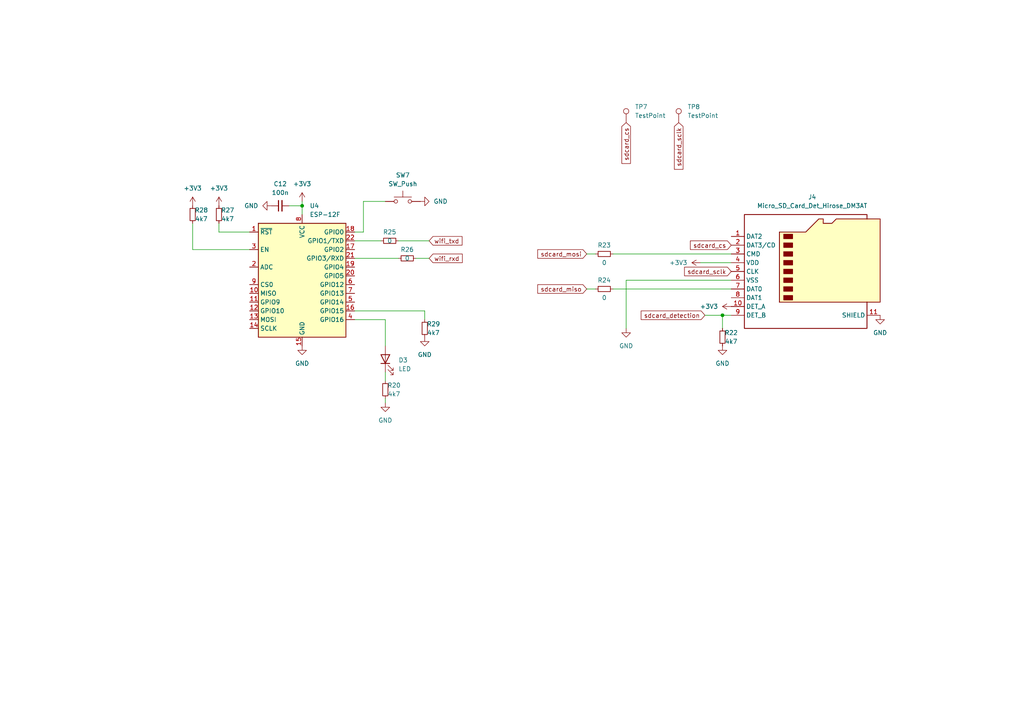
<source format=kicad_sch>
(kicad_sch (version 20230121) (generator eeschema)
  (paper "A4")
  (lib_symbols
    (symbol "Connector:Micro_SD_Card_Det_Hirose_DM3AT"
      (property "Reference" "J" (at -16.51 17.78 0))
      (property "Value" "Micro_SD_Card_Det_Hirose_DM3AT" (at 16.51 17.78 0))
      (symbol "Micro_SD_Card_Det_Hirose_DM3AT_0_1"
        (rectangle (start -7.62 -6.985) (end -5.08 -8.255) (stroke (width 0.254)) (fill (type outline)))
        (rectangle (start -7.62 -4.445) (end -5.08 -5.715) (stroke (width 0.254)) (fill (type outline)))
        (rectangle (start -7.62 -1.905) (end -5.08 -3.175) (stroke (width 0.254)) (fill (type outline)))
        (rectangle (start -7.62 0.635) (end -5.08 -0.635) (stroke (width 0.254)) (fill (type outline)))
        (rectangle (start -7.62 3.175) (end -5.08 1.905) (stroke (width 0.254)) (fill (type outline)))
        (rectangle (start -7.62 5.715) (end -5.08 4.445) (stroke (width 0.254)) (fill (type outline)))
        (rectangle (start -7.62 8.255) (end -5.08 6.985) (stroke (width 0.254)) (fill (type outline)))
        (rectangle (start -7.62 10.795) (end -5.08 9.525) (stroke (width 0.254)) (fill (type outline)))
        (polyline (pts (xy 16.51 15.24) (xy 16.51 16.51) (xy -19.05 16.51) (xy -19.05 -16.51) (xy 16.51 -16.51) (xy 16.51 -8.89)) (stroke (width 0.254)))
        (polyline (pts (xy -8.89 -8.89) (xy -8.89 11.43) (xy -1.27 11.43) (xy 2.54 15.24) (xy 3.81 15.24) (xy 3.81 13.97) (xy 6.35 13.97) (xy 7.62 15.24) (xy 20.32 15.24) (xy 20.32 -8.89) (xy -8.89 -8.89)) (stroke (width 0.254)) (fill (type background)))
      )
      (symbol "Micro_SD_Card_Det_Hirose_DM3AT_1_1"
        (pin bidirectional line (at -22.86 10.16 0) (length 3.81) (name "DAT2") (number "1"))
        (pin passive line (at -22.86 -10.16 0) (length 3.81) (name "DET_A") (number "10"))
        (pin passive line (at 20.32 -12.7 180) (length 3.81) (name "SHIELD") (number "11"))
        (pin bidirectional line (at -22.86 7.62 0) (length 3.81) (name "DAT3/CD") (number "2"))
        (pin input line (at -22.86 5.08 0) (length 3.81) (name "CMD") (number "3"))
        (pin power_in line (at -22.86 2.54 0) (length 3.81) (name "VDD") (number "4"))
        (pin input line (at -22.86 0 0) (length 3.81) (name "CLK") (number "5"))
        (pin power_in line (at -22.86 -2.54 0) (length 3.81) (name "VSS") (number "6"))
        (pin bidirectional line (at -22.86 -5.08 0) (length 3.81) (name "DAT0") (number "7"))
        (pin bidirectional line (at -22.86 -7.62 0) (length 3.81) (name "DAT1") (number "8"))
        (pin passive line (at -22.86 -12.7 0) (length 3.81) (name "DET_B") (number "9"))
      )
    )
    (symbol "Connector:TestPoint" (pin_numbers hide) (pin_names (offset 0.762) hide)
      (property "Reference" "TP" (at 0 6.858 0))
      (property "Value" "TestPoint" (at 0 5.08 0))
      (symbol "TestPoint_0_1"
        (circle (center 0 3.302) (radius 0.762))
      )
      (symbol "TestPoint_1_1"
        (pin passive line (at 0 0 90) (length 2.54) (name "1") (number "1"))
      )
    )
    (symbol "Device:C_Small" (pin_numbers hide) (pin_names (offset 0.254) hide)
      (property "Reference" "C" (at 0.254 1.778 0))
      (property "Value" "C_Small" (at 0.254 -2.032 0))
      (symbol "C_Small_0_1"
        (polyline (pts (xy -1.524 -0.508) (xy 1.524 -0.508)) (stroke (width 0.3302)))
        (polyline (pts (xy -1.524 0.508) (xy 1.524 0.508)) (stroke (width 0.3048)))
      )
      (symbol "C_Small_1_1"
        (pin passive line (at 0 2.54 270) (length 2.032) (name "~") (number "1"))
        (pin passive line (at 0 -2.54 90) (length 2.032) (name "~") (number "2"))
      )
    )
    (symbol "Device:LED" (pin_numbers hide) (pin_names (offset 1.016) hide)
      (property "Reference" "D" (at 0 2.54 0))
      (property "Value" "LED" (at 0 -2.54 0))
      (symbol "LED_0_1"
        (polyline (pts (xy -1.27 -1.27) (xy -1.27 1.27)) (stroke (width 0.254)))
        (polyline (pts (xy -1.27 0) (xy 1.27 0)))
        (polyline (pts (xy 1.27 -1.27) (xy 1.27 1.27) (xy -1.27 0) (xy 1.27 -1.27)) (stroke (width 0.254)))
        (polyline (pts (xy -3.048 -0.762) (xy -4.572 -2.286) (xy -3.81 -2.286) (xy -4.572 -2.286) (xy -4.572 -1.524)))
        (polyline (pts (xy -1.778 -0.762) (xy -3.302 -2.286) (xy -2.54 -2.286) (xy -3.302 -2.286) (xy -3.302 -1.524)))
      )
      (symbol "LED_1_1"
        (pin passive line (at -3.81 0 0) (length 2.54) (name "K") (number "1"))
        (pin passive line (at 3.81 0 180) (length 2.54) (name "A") (number "2"))
      )
    )
    (symbol "Device:R_Small" (pin_numbers hide) (pin_names (offset 0.254) hide)
      (property "Reference" "R" (at 0.762 0.508 0))
      (property "Value" "R_Small" (at 0.762 -1.016 0))
      (symbol "R_Small_0_1"
        (rectangle (start -0.762 1.778) (end 0.762 -1.778) (stroke (width 0.2032)))
      )
      (symbol "R_Small_1_1"
        (pin passive line (at 0 2.54 270) (length 0.762) (name "~") (number "1"))
        (pin passive line (at 0 -2.54 90) (length 0.762) (name "~") (number "2"))
      )
    )
    (symbol "RF_Module:ESP-12F"
      (property "Reference" "U" (at -12.7 19.05 0))
      (property "Value" "ESP-12F" (at 12.7 19.05 0))
      (symbol "ESP-12F_0_1"
        (rectangle (start -12.7 17.78) (end 12.7 -15.24) (stroke (width 0.254)) (fill (type background)))
      )
      (symbol "ESP-12F_1_1"
        (pin input line (at -15.24 15.24 0) (length 2.54) (name "~{RST}") (number "1"))
        (pin bidirectional line (at -15.24 -2.54 0) (length 2.54) (name "MISO") (number "10"))
        (pin bidirectional line (at -15.24 -5.08 0) (length 2.54) (name "GPIO9") (number "11"))
        (pin bidirectional line (at -15.24 -7.62 0) (length 2.54) (name "GPIO10") (number "12"))
        (pin bidirectional line (at -15.24 -10.16 0) (length 2.54) (name "MOSI") (number "13"))
        (pin bidirectional line (at -15.24 -12.7 0) (length 2.54) (name "SCLK") (number "14"))
        (pin power_in line (at 0 -17.78 90) (length 2.54) (name "GND") (number "15"))
        (pin bidirectional line (at 15.24 -7.62 180) (length 2.54) (name "GPIO15") (number "16"))
        (pin bidirectional line (at 15.24 10.16 180) (length 2.54) (name "GPIO2") (number "17"))
        (pin bidirectional line (at 15.24 15.24 180) (length 2.54) (name "GPIO0") (number "18"))
        (pin bidirectional line (at 15.24 5.08 180) (length 2.54) (name "GPIO4") (number "19"))
        (pin input line (at -15.24 5.08 0) (length 2.54) (name "ADC") (number "2"))
        (pin bidirectional line (at 15.24 2.54 180) (length 2.54) (name "GPIO5") (number "20"))
        (pin bidirectional line (at 15.24 7.62 180) (length 2.54) (name "GPIO3/RXD") (number "21"))
        (pin bidirectional line (at 15.24 12.7 180) (length 2.54) (name "GPIO1/TXD") (number "22"))
        (pin input line (at -15.24 10.16 0) (length 2.54) (name "EN") (number "3"))
        (pin bidirectional line (at 15.24 -10.16 180) (length 2.54) (name "GPIO16") (number "4"))
        (pin bidirectional line (at 15.24 -5.08 180) (length 2.54) (name "GPIO14") (number "5"))
        (pin bidirectional line (at 15.24 0 180) (length 2.54) (name "GPIO12") (number "6"))
        (pin bidirectional line (at 15.24 -2.54 180) (length 2.54) (name "GPIO13") (number "7"))
        (pin power_in line (at 0 20.32 270) (length 2.54) (name "VCC") (number "8"))
        (pin input line (at -15.24 0 0) (length 2.54) (name "CS0") (number "9"))
      )
    )
    (symbol "Switch:SW_Push" (pin_numbers hide) (pin_names (offset 1.016) hide)
      (property "Reference" "SW" (at 1.27 2.54 0))
      (property "Value" "SW_Push" (at 0 -1.524 0))
      (symbol "SW_Push_0_1"
        (circle (center -2.032 0) (radius 0.508))
        (polyline (pts (xy 0 1.27) (xy 0 3.048)))
        (polyline (pts (xy 2.54 1.27) (xy -2.54 1.27)))
        (circle (center 2.032 0) (radius 0.508))
        (pin passive line (at -5.08 0 0) (length 2.54) (name "1") (number "1"))
        (pin passive line (at 5.08 0 180) (length 2.54) (name "2") (number "2"))
      )
    )
    (symbol "power:+3V3" (power) (pin_names (offset 0))
      (property "Value" "+3V3" (at 0 3.556 0))
      (symbol "+3V3_0_1"
        (polyline (pts (xy -0.762 1.27) (xy 0 2.54)))
        (polyline (pts (xy 0 0) (xy 0 2.54)))
        (polyline (pts (xy 0 2.54) (xy 0.762 1.27)))
      )
      (symbol "+3V3_1_1"
        (pin power_in line (at 0 0 90) (length 0) hide (name "+3V3") (number "1"))
      )
    )
    (symbol "power:GND" (power) (pin_names (offset 0))
      (property "Value" "GND" (at 0 -3.81 0))
      (symbol "GND_0_1"
        (polyline (pts (xy 0 0) (xy 0 -1.27) (xy 1.27 -1.27) (xy 0 -2.54) (xy -1.27 -1.27) (xy 0 -1.27)))
      )
      (symbol "GND_1_1"
        (pin power_in line (at 0 0 270) (length 0) hide (name "GND") (number "1"))
      )
    )
  )
  (junction (at 87.63 59.69))
  (junction (at 209.55 91.44))
  (wire (pts (xy 181.61 81.28) (xy 212.09 81.28)))
  (wire (pts (xy 102.87 92.71) (xy 111.76 92.71)))
  (wire (pts (xy 181.61 81.28) (xy 181.61 95.25)))
  (wire (pts (xy 177.8 73.66) (xy 212.09 73.66)))
  (wire (pts (xy 55.88 72.39) (xy 55.88 64.77)))
  (wire (pts (xy 102.87 67.31) (xy 105.41 67.31)))
  (wire (pts (xy 63.5 64.77) (xy 63.5 67.31)))
  (wire (pts (xy 87.63 59.69) (xy 87.63 62.23)))
  (wire (pts (xy 111.76 92.71) (xy 111.76 100.33)))
  (wire (pts (xy 63.5 67.31) (xy 72.39 67.31)))
  (wire (pts (xy 177.8 83.82) (xy 212.09 83.82)))
  (wire (pts (xy 105.41 67.31) (xy 105.41 58.42)))
  (wire (pts (xy 212.09 91.44) (xy 209.55 91.44)))
  (wire (pts (xy 72.39 72.39) (xy 55.88 72.39)))
  (wire (pts (xy 123.19 90.17) (xy 123.19 92.71)))
  (wire (pts (xy 111.76 115.57) (xy 111.76 116.84)))
  (wire (pts (xy 204.47 91.44) (xy 209.55 91.44)))
  (wire (pts (xy 203.2 76.2) (xy 212.09 76.2)))
  (wire (pts (xy 83.82 59.69) (xy 87.63 59.69)))
  (wire (pts (xy 105.41 58.42) (xy 111.76 58.42)))
  (wire (pts (xy 115.57 69.85) (xy 124.46 69.85)))
  (wire (pts (xy 120.65 74.93) (xy 124.46 74.93)))
  (wire (pts (xy 102.87 90.17) (xy 123.19 90.17)))
  (wire (pts (xy 111.76 107.95) (xy 111.76 110.49)))
  (wire (pts (xy 170.18 73.66) (xy 172.72 73.66)))
  (wire (pts (xy 87.63 58.42) (xy 87.63 59.69)))
  (wire (pts (xy 102.87 69.85) (xy 110.49 69.85)))
  (wire (pts (xy 209.55 91.44) (xy 209.55 95.25)))
  (wire (pts (xy 170.18 83.82) (xy 172.72 83.82)))
  (wire (pts (xy 102.87 74.93) (xy 115.57 74.93)))
  (global_label "wifi_rxd" (shape input) (at 124.46 74.93 0) (property "Intersheetrefs" "${INTERSHEET_REFS}" (effects hide)))
  (global_label "sdcard_miso" (shape input) (at 170.18 83.82 180) (property "Intersheetrefs" "${INTERSHEET_REFS}" (effects hide)))
  (global_label "sdcard_cs" (shape input) (at 212.09 71.12 180) (property "Intersheetrefs" "${INTERSHEET_REFS}" (effects hide)))
  (global_label "sdcard_detection" (shape input) (at 204.47 91.44 180) (property "Intersheetrefs" "${INTERSHEET_REFS}" (effects hide)))
  (global_label "sdcard_sclk" (shape input) (at 212.09 78.74 180) (property "Intersheetrefs" "${INTERSHEET_REFS}" (effects hide)))
  (global_label "sdcard_cs" (shape input) (at 181.61 35.56 270) (property "Intersheetrefs" "${INTERSHEET_REFS}" (effects hide)))
  (global_label "sdcard_mosi" (shape input) (at 170.18 73.66 180) (property "Intersheetrefs" "${INTERSHEET_REFS}" (effects hide)))
  (global_label "wifi_txd" (shape input) (at 124.46 69.85 0) (property "Intersheetrefs" "${INTERSHEET_REFS}" (effects hide)))
  (global_label "sdcard_sclk" (shape input) (at 196.85 35.56 270) (property "Intersheetrefs" "${INTERSHEET_REFS}" (effects hide)))
  (symbol (lib_id "power:GND") (at 255.27 91.44 0) (unit 1)
    (property "Reference" "#PWR057" (effects hide))
    (property "Value" "GND" (at 255.27 96.52 0))
  )
  (symbol (lib_id "Device:R_Small") (at 175.26 73.66 270) (unit 1)
    (property "Reference" "R23" (at 175.26 71.12 90))
    (property "Value" "0" (at 175.26 76.2 90))
    (property "Footprint" "Resistor_SMD:R_0603_1608Metric" (effects hide))
  )
  (symbol (lib_id "Device:R_Small") (at 209.55 97.79 180) (unit 1)
    (property "Reference" "R22" (at 212.09 96.52 0))
    (property "Value" "4k7" (at 212.09 99.06 0))
    (property "Footprint" "Resistor_SMD:R_0603_1608Metric" (effects hide))
  )
  (symbol (lib_id "Device:R_Small") (at 113.03 69.85 270) (unit 1)
    (property "Reference" "R25" (at 113.03 67.31 90))
    (property "Value" "0" (at 113.03 69.85 90))
    (property "Footprint" "Resistor_SMD:R_0603_1608Metric" (effects hide))
  )
  (symbol (lib_id "power:+3V3") (at 212.09 88.9 90) (unit 1)
    (property "Reference" "#PWR056" (effects hide))
    (property "Value" "+3V3" (at 208.28 88.9 90) (effects (justify left)))
  )
  (symbol (lib_id "Device:R_Small") (at 118.11 74.93 270) (unit 1)
    (property "Reference" "R26" (at 118.11 72.39 90))
    (property "Value" "0" (at 118.11 74.93 90))
    (property "Footprint" "Resistor_SMD:R_0603_1608Metric" (effects hide))
  )
  (symbol (lib_id "power:GND") (at 123.19 97.79 0) (unit 1)
    (property "Reference" "#PWR061" (effects hide))
    (property "Value" "GND" (at 123.19 102.87 0))
  )
  (symbol (lib_id "Connector:TestPoint") (at 181.61 35.56 0) (unit 1)
    (property "Reference" "TP7" (at 184.15 30.988 0) (effects (justify left)))
    (property "Value" "TestPoint" (at 184.15 33.528 0) (effects (justify left)))
    (property "Footprint" "TestPoint:TestPoint_Pad_D1.0mm" (effects hide))
  )
  (symbol (lib_id "Device:R_Small") (at 123.19 95.25 180) (unit 1)
    (property "Reference" "R29" (at 125.73 93.98 0))
    (property "Value" "4k7" (at 125.73 96.52 0))
    (property "Footprint" "Resistor_SMD:R_0603_1608Metric" (effects hide))
  )
  (symbol (lib_id "Device:C_Small") (at 81.28 59.69 90) (unit 1)
    (property "Reference" "C12" (at 81.2863 53.34 90))
    (property "Value" "100n" (at 81.2863 55.88 90))
    (property "Footprint" "Capacitor_SMD:C_0603_1608Metric" (effects hide))
  )
  (symbol (lib_id "Device:R_Small") (at 63.5 62.23 180) (unit 1)
    (property "Reference" "R27" (at 66.04 60.96 0))
    (property "Value" "4k7" (at 66.04 63.5 0))
    (property "Footprint" "Resistor_SMD:R_0603_1608Metric" (effects hide))
  )
  (symbol (lib_id "power:GND") (at 209.55 100.33 0) (unit 1)
    (property "Reference" "#PWR055" (effects hide))
    (property "Value" "GND" (at 209.55 105.41 0))
  )
  (symbol (lib_id "power:+3V3") (at 55.88 59.69 0) (unit 1)
    (property "Reference" "#PWR059" (effects hide))
    (property "Value" "+3V3" (at 55.88 54.61 0))
  )
  (symbol (lib_id "power:GND") (at 121.92 58.42 90) (unit 1)
    (property "Reference" "#PWR060" (effects hide))
    (property "Value" "GND" (at 125.73 58.42 90) (effects (justify right)))
  )
  (symbol (lib_id "Device:R_Small") (at 111.76 113.03 180) (unit 1)
    (property "Reference" "R20" (at 114.3 111.76 0))
    (property "Value" "4k7" (at 114.3 114.3 0))
    (property "Footprint" "Resistor_SMD:R_0603_1608Metric" (effects hide))
  )
  (symbol (lib_id "RF_Module:ESP-12F") (at 87.63 82.55 0) (unit 1)
    (property "Reference" "U4" (at 89.8241 59.69 0) (effects (justify left)))
    (property "Value" "ESP-12F" (at 89.8241 62.23 0) (effects (justify left)))
    (property "Footprint" "RF_Module:ESP-12E" (effects hide))
    (property "Datasheet" "http://wiki.ai-thinker.com/_media/esp8266/esp8266_series_modules_user_manual_v1.1.pdf" (effects hide))
    (property "JLCPCB Part #" "C784365" (effects hide))
  )
  (symbol (lib_id "Device:R_Small") (at 175.26 83.82 270) (unit 1)
    (property "Reference" "R24" (at 175.26 81.28 90))
    (property "Value" "0" (at 175.26 86.36 90))
    (property "Footprint" "Resistor_SMD:R_0603_1608Metric" (effects hide))
  )
  (symbol (lib_id "power:GND") (at 87.63 100.33 0) (unit 1)
    (property "Reference" "#PWR039" (effects hide))
    (property "Value" "GND" (at 87.63 105.41 0))
  )
  (symbol (lib_id "Connector:TestPoint") (at 196.85 35.56 0) (unit 1)
    (property "Reference" "TP8" (at 199.39 30.988 0) (effects (justify left)))
    (property "Value" "TestPoint" (at 199.39 33.528 0) (effects (justify left)))
    (property "Footprint" "TestPoint:TestPoint_Pad_D1.0mm" (effects hide))
  )
  (symbol (lib_id "power:+3V3") (at 203.2 76.2 90) (unit 1)
    (property "Reference" "#PWR053" (effects hide))
    (property "Value" "+3V3" (at 199.39 76.2 90) (effects (justify left)))
  )
  (symbol (lib_id "Device:R_Small") (at 55.88 62.23 180) (unit 1)
    (property "Reference" "R28" (at 58.42 60.96 0))
    (property "Value" "4k7" (at 58.42 63.5 0))
    (property "Footprint" "Resistor_SMD:R_0603_1608Metric" (effects hide))
  )
  (symbol (lib_id "Connector:Micro_SD_Card_Det_Hirose_DM3AT") (at 234.95 78.74 0) (unit 1)
    (property "Reference" "J4" (at 235.585 57.15 0))
    (property "Value" "Micro_SD_Card_Det_Hirose_DM3AT" (at 235.585 59.69 0))
    (property "Footprint" "Connector_Card:microSD_HC_Hirose_DM3AT-SF-PEJM5" (effects hide))
    (property "Datasheet" "https://www.hirose.com/product/en/download_file/key_name/DM3/category/Catalog/doc_file_id/49662/?file_category_id=4&item_id=195&is_series=1" (effects hide))
    (property "JLCPCB Part #" "C114218" (effects hide))
  )
  (symbol (lib_id "Switch:SW_Push") (at 116.84 58.42 0) (unit 1)
    (property "Reference" "SW7" (at 116.84 50.8 0))
    (property "Value" "SW_Push" (at 116.84 53.34 0))
    (property "Footprint" "Button_Switch_SMD:SW_Push_SPST_NO_Alps_SKRK" (effects hide))
    (property "JLCPCB Part #" "C115357" (effects hide))
  )
  (symbol (lib_id "power:+3V3") (at 63.5 59.69 0) (unit 1)
    (property "Reference" "#PWR058" (effects hide))
    (property "Value" "+3V3" (at 63.5 54.61 0))
  )
  (symbol (lib_id "power:GND") (at 78.74 59.69 270) (unit 1)
    (property "Reference" "#PWR041" (effects hide))
    (property "Value" "GND" (at 74.93 59.69 90) (effects (justify right)))
  )
  (symbol (lib_id "power:+3V3") (at 87.63 58.42 0) (unit 1)
    (property "Reference" "#PWR040" (effects hide))
    (property "Value" "+3V3" (at 87.63 53.34 0))
  )
  (symbol (lib_id "power:GND") (at 111.76 116.84 0) (unit 1)
    (property "Reference" "#PWR038" (effects hide))
    (property "Value" "GND" (at 111.76 121.92 0))
  )
  (symbol (lib_id "power:GND") (at 181.61 95.25 0) (unit 1)
    (property "Reference" "#PWR054" (effects hide))
    (property "Value" "GND" (at 181.61 100.33 0))
  )
  (symbol (lib_id "Device:LED") (at 111.76 104.14 90) (unit 1)
    (property "Reference" "D3" (at 115.57 104.4575 90) (effects (justify right)))
    (property "Value" "LED" (at 115.57 106.9975 90) (effects (justify right)))
    (property "Footprint" "LED_SMD:LED_0603_1608Metric" (effects hide))
  )
)
</source>
